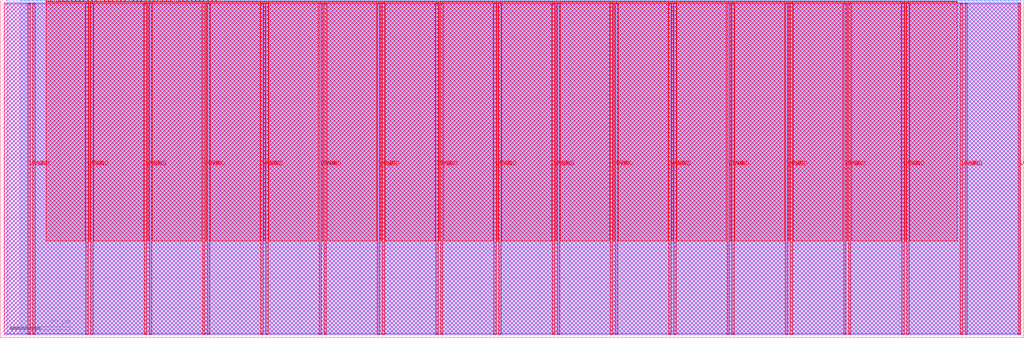
<source format=lef>
VERSION 5.7 ;
  NOWIREEXTENSIONATPIN ON ;
  DIVIDERCHAR "/" ;
  BUSBITCHARS "[]" ;
MACRO tt_um_PseudoSM_ASIC
  CLASS BLOCK ;
  FOREIGN tt_um_PseudoSM_ASIC ;
  ORIGIN 0.000 0.000 ;
  SIZE 682.640 BY 225.760 ;
  PIN VGND
    DIRECTION INOUT ;
    USE GROUND ;
    PORT
      LAYER met4 ;
        RECT 21.580 2.480 23.180 223.280 ;
    END
    PORT
      LAYER met4 ;
        RECT 60.450 2.480 62.050 223.280 ;
    END
    PORT
      LAYER met4 ;
        RECT 99.320 2.480 100.920 223.280 ;
    END
    PORT
      LAYER met4 ;
        RECT 138.190 2.480 139.790 223.280 ;
    END
    PORT
      LAYER met4 ;
        RECT 177.060 2.480 178.660 223.280 ;
    END
    PORT
      LAYER met4 ;
        RECT 215.930 2.480 217.530 223.280 ;
    END
    PORT
      LAYER met4 ;
        RECT 254.800 2.480 256.400 223.280 ;
    END
    PORT
      LAYER met4 ;
        RECT 293.670 2.480 295.270 223.280 ;
    END
    PORT
      LAYER met4 ;
        RECT 332.540 2.480 334.140 223.280 ;
    END
    PORT
      LAYER met4 ;
        RECT 371.410 2.480 373.010 223.280 ;
    END
    PORT
      LAYER met4 ;
        RECT 410.280 2.480 411.880 223.280 ;
    END
    PORT
      LAYER met4 ;
        RECT 449.150 2.480 450.750 223.280 ;
    END
    PORT
      LAYER met4 ;
        RECT 488.020 2.480 489.620 223.280 ;
    END
    PORT
      LAYER met4 ;
        RECT 526.890 2.480 528.490 223.280 ;
    END
    PORT
      LAYER met4 ;
        RECT 565.760 2.480 567.360 223.280 ;
    END
    PORT
      LAYER met4 ;
        RECT 604.630 2.480 606.230 223.280 ;
    END
    PORT
      LAYER met4 ;
        RECT 643.500 2.480 645.100 223.280 ;
    END
  END VGND
  PIN VPWR
    DIRECTION INOUT ;
    USE POWER ;
    PORT
      LAYER met4 ;
        RECT 18.280 2.480 19.880 223.280 ;
    END
    PORT
      LAYER met4 ;
        RECT 57.150 2.480 58.750 223.280 ;
    END
    PORT
      LAYER met4 ;
        RECT 96.020 2.480 97.620 223.280 ;
    END
    PORT
      LAYER met4 ;
        RECT 134.890 2.480 136.490 223.280 ;
    END
    PORT
      LAYER met4 ;
        RECT 173.760 2.480 175.360 223.280 ;
    END
    PORT
      LAYER met4 ;
        RECT 212.630 2.480 214.230 223.280 ;
    END
    PORT
      LAYER met4 ;
        RECT 251.500 2.480 253.100 223.280 ;
    END
    PORT
      LAYER met4 ;
        RECT 290.370 2.480 291.970 223.280 ;
    END
    PORT
      LAYER met4 ;
        RECT 329.240 2.480 330.840 223.280 ;
    END
    PORT
      LAYER met4 ;
        RECT 368.110 2.480 369.710 223.280 ;
    END
    PORT
      LAYER met4 ;
        RECT 406.980 2.480 408.580 223.280 ;
    END
    PORT
      LAYER met4 ;
        RECT 445.850 2.480 447.450 223.280 ;
    END
    PORT
      LAYER met4 ;
        RECT 484.720 2.480 486.320 223.280 ;
    END
    PORT
      LAYER met4 ;
        RECT 523.590 2.480 525.190 223.280 ;
    END
    PORT
      LAYER met4 ;
        RECT 562.460 2.480 564.060 223.280 ;
    END
    PORT
      LAYER met4 ;
        RECT 601.330 2.480 602.930 223.280 ;
    END
    PORT
      LAYER met4 ;
        RECT 640.200 2.480 641.800 223.280 ;
    END
    PORT
      LAYER met4 ;
        RECT 679.070 2.480 680.670 223.280 ;
    END
  END VPWR
  PIN clk
    DIRECTION INPUT ;
    USE SIGNAL ;
    ANTENNAGATEAREA 1.286700 ;
    ANTENNADIFFAREA 0.434700 ;
    PORT
      LAYER met4 ;
        RECT 143.830 224.760 144.130 225.760 ;
    END
  END clk
  PIN ena
    DIRECTION INPUT ;
    USE SIGNAL ;
    PORT
      LAYER met4 ;
        RECT 146.590 224.760 146.890 225.760 ;
    END
  END ena
  PIN rst_n
    DIRECTION INPUT ;
    USE SIGNAL ;
    ANTENNAGATEAREA 0.852000 ;
    PORT
      LAYER met4 ;
        RECT 141.070 224.760 141.370 225.760 ;
    END
  END rst_n
  PIN ui_in[0]
    DIRECTION INPUT ;
    USE SIGNAL ;
    ANTENNAGATEAREA 0.196500 ;
    PORT
      LAYER met4 ;
        RECT 138.310 224.760 138.610 225.760 ;
    END
  END ui_in[0]
  PIN ui_in[1]
    DIRECTION INPUT ;
    USE SIGNAL ;
    ANTENNAGATEAREA 0.196500 ;
    PORT
      LAYER met4 ;
        RECT 135.550 224.760 135.850 225.760 ;
    END
  END ui_in[1]
  PIN ui_in[2]
    DIRECTION INPUT ;
    USE SIGNAL ;
    ANTENNAGATEAREA 0.196500 ;
    PORT
      LAYER met4 ;
        RECT 132.790 224.760 133.090 225.760 ;
    END
  END ui_in[2]
  PIN ui_in[3]
    DIRECTION INPUT ;
    USE SIGNAL ;
    ANTENNAGATEAREA 0.196500 ;
    PORT
      LAYER met4 ;
        RECT 130.030 224.760 130.330 225.760 ;
    END
  END ui_in[3]
  PIN ui_in[4]
    DIRECTION INPUT ;
    USE SIGNAL ;
    ANTENNAGATEAREA 0.196500 ;
    PORT
      LAYER met4 ;
        RECT 127.270 224.760 127.570 225.760 ;
    END
  END ui_in[4]
  PIN ui_in[5]
    DIRECTION INPUT ;
    USE SIGNAL ;
    ANTENNAGATEAREA 0.196500 ;
    PORT
      LAYER met4 ;
        RECT 124.510 224.760 124.810 225.760 ;
    END
  END ui_in[5]
  PIN ui_in[6]
    DIRECTION INPUT ;
    USE SIGNAL ;
    ANTENNAGATEAREA 0.196500 ;
    PORT
      LAYER met4 ;
        RECT 121.750 224.760 122.050 225.760 ;
    END
  END ui_in[6]
  PIN ui_in[7]
    DIRECTION INPUT ;
    USE SIGNAL ;
    ANTENNAGATEAREA 0.196500 ;
    PORT
      LAYER met4 ;
        RECT 118.990 224.760 119.290 225.760 ;
    END
  END ui_in[7]
  PIN uio_in[0]
    DIRECTION INPUT ;
    USE SIGNAL ;
    ANTENNAGATEAREA 0.196500 ;
    PORT
      LAYER met4 ;
        RECT 116.230 224.760 116.530 225.760 ;
    END
  END uio_in[0]
  PIN uio_in[1]
    DIRECTION INPUT ;
    USE SIGNAL ;
    ANTENNAGATEAREA 0.196500 ;
    PORT
      LAYER met4 ;
        RECT 113.470 224.760 113.770 225.760 ;
    END
  END uio_in[1]
  PIN uio_in[2]
    DIRECTION INPUT ;
    USE SIGNAL ;
    ANTENNAGATEAREA 0.196500 ;
    PORT
      LAYER met4 ;
        RECT 110.710 224.760 111.010 225.760 ;
    END
  END uio_in[2]
  PIN uio_in[3]
    DIRECTION INPUT ;
    USE SIGNAL ;
    ANTENNAGATEAREA 0.196500 ;
    PORT
      LAYER met4 ;
        RECT 107.950 224.760 108.250 225.760 ;
    END
  END uio_in[3]
  PIN uio_in[4]
    DIRECTION INPUT ;
    USE SIGNAL ;
    ANTENNAGATEAREA 0.213000 ;
    PORT
      LAYER met4 ;
        RECT 105.190 224.760 105.490 225.760 ;
    END
  END uio_in[4]
  PIN uio_in[5]
    DIRECTION INPUT ;
    USE SIGNAL ;
    ANTENNAGATEAREA 0.213000 ;
    PORT
      LAYER met4 ;
        RECT 102.430 224.760 102.730 225.760 ;
    END
  END uio_in[5]
  PIN uio_in[6]
    DIRECTION INPUT ;
    USE SIGNAL ;
    ANTENNAGATEAREA 0.213000 ;
    PORT
      LAYER met4 ;
        RECT 99.670 224.760 99.970 225.760 ;
    END
  END uio_in[6]
  PIN uio_in[7]
    DIRECTION INPUT ;
    USE SIGNAL ;
    ANTENNAGATEAREA 0.213000 ;
    PORT
      LAYER met4 ;
        RECT 96.910 224.760 97.210 225.760 ;
    END
  END uio_in[7]
  PIN uio_oe[0]
    DIRECTION OUTPUT ;
    USE SIGNAL ;
    PORT
      LAYER met4 ;
        RECT 49.990 224.760 50.290 225.760 ;
    END
  END uio_oe[0]
  PIN uio_oe[1]
    DIRECTION OUTPUT ;
    USE SIGNAL ;
    PORT
      LAYER met4 ;
        RECT 47.230 224.760 47.530 225.760 ;
    END
  END uio_oe[1]
  PIN uio_oe[2]
    DIRECTION OUTPUT ;
    USE SIGNAL ;
    PORT
      LAYER met4 ;
        RECT 44.470 224.760 44.770 225.760 ;
    END
  END uio_oe[2]
  PIN uio_oe[3]
    DIRECTION OUTPUT ;
    USE SIGNAL ;
    PORT
      LAYER met4 ;
        RECT 41.710 224.760 42.010 225.760 ;
    END
  END uio_oe[3]
  PIN uio_oe[4]
    DIRECTION OUTPUT ;
    USE SIGNAL ;
    PORT
      LAYER met4 ;
        RECT 38.950 224.760 39.250 225.760 ;
    END
  END uio_oe[4]
  PIN uio_oe[5]
    DIRECTION OUTPUT ;
    USE SIGNAL ;
    PORT
      LAYER met4 ;
        RECT 36.190 224.760 36.490 225.760 ;
    END
  END uio_oe[5]
  PIN uio_oe[6]
    DIRECTION OUTPUT ;
    USE SIGNAL ;
    PORT
      LAYER met4 ;
        RECT 33.430 224.760 33.730 225.760 ;
    END
  END uio_oe[6]
  PIN uio_oe[7]
    DIRECTION OUTPUT ;
    USE SIGNAL ;
    PORT
      LAYER met4 ;
        RECT 30.670 224.760 30.970 225.760 ;
    END
  END uio_oe[7]
  PIN uio_out[0]
    DIRECTION OUTPUT ;
    USE SIGNAL ;
    PORT
      LAYER met4 ;
        RECT 72.070 224.760 72.370 225.760 ;
    END
  END uio_out[0]
  PIN uio_out[1]
    DIRECTION OUTPUT ;
    USE SIGNAL ;
    PORT
      LAYER met4 ;
        RECT 69.310 224.760 69.610 225.760 ;
    END
  END uio_out[1]
  PIN uio_out[2]
    DIRECTION OUTPUT ;
    USE SIGNAL ;
    PORT
      LAYER met4 ;
        RECT 66.550 224.760 66.850 225.760 ;
    END
  END uio_out[2]
  PIN uio_out[3]
    DIRECTION OUTPUT ;
    USE SIGNAL ;
    PORT
      LAYER met4 ;
        RECT 63.790 224.760 64.090 225.760 ;
    END
  END uio_out[3]
  PIN uio_out[4]
    DIRECTION OUTPUT ;
    USE SIGNAL ;
    PORT
      LAYER met4 ;
        RECT 61.030 224.760 61.330 225.760 ;
    END
  END uio_out[4]
  PIN uio_out[5]
    DIRECTION OUTPUT ;
    USE SIGNAL ;
    PORT
      LAYER met4 ;
        RECT 58.270 224.760 58.570 225.760 ;
    END
  END uio_out[5]
  PIN uio_out[6]
    DIRECTION OUTPUT ;
    USE SIGNAL ;
    PORT
      LAYER met4 ;
        RECT 55.510 224.760 55.810 225.760 ;
    END
  END uio_out[6]
  PIN uio_out[7]
    DIRECTION OUTPUT ;
    USE SIGNAL ;
    PORT
      LAYER met4 ;
        RECT 52.750 224.760 53.050 225.760 ;
    END
  END uio_out[7]
  PIN uo_out[0]
    DIRECTION OUTPUT ;
    USE SIGNAL ;
    ANTENNADIFFAREA 0.891000 ;
    PORT
      LAYER met4 ;
        RECT 94.150 224.760 94.450 225.760 ;
    END
  END uo_out[0]
  PIN uo_out[1]
    DIRECTION OUTPUT ;
    USE SIGNAL ;
    ANTENNADIFFAREA 0.891000 ;
    PORT
      LAYER met4 ;
        RECT 91.390 224.760 91.690 225.760 ;
    END
  END uo_out[1]
  PIN uo_out[2]
    DIRECTION OUTPUT ;
    USE SIGNAL ;
    ANTENNADIFFAREA 0.891000 ;
    PORT
      LAYER met4 ;
        RECT 88.630 224.760 88.930 225.760 ;
    END
  END uo_out[2]
  PIN uo_out[3]
    DIRECTION OUTPUT ;
    USE SIGNAL ;
    ANTENNADIFFAREA 0.891000 ;
    PORT
      LAYER met4 ;
        RECT 85.870 224.760 86.170 225.760 ;
    END
  END uo_out[3]
  PIN uo_out[4]
    DIRECTION OUTPUT ;
    USE SIGNAL ;
    ANTENNADIFFAREA 0.891000 ;
    PORT
      LAYER met4 ;
        RECT 83.110 224.760 83.410 225.760 ;
    END
  END uo_out[4]
  PIN uo_out[5]
    DIRECTION OUTPUT ;
    USE SIGNAL ;
    ANTENNADIFFAREA 0.891000 ;
    PORT
      LAYER met4 ;
        RECT 80.350 224.760 80.650 225.760 ;
    END
  END uo_out[5]
  PIN uo_out[6]
    DIRECTION OUTPUT ;
    USE SIGNAL ;
    ANTENNADIFFAREA 0.891000 ;
    PORT
      LAYER met4 ;
        RECT 77.590 224.760 77.890 225.760 ;
    END
  END uo_out[6]
  PIN uo_out[7]
    DIRECTION OUTPUT ;
    USE SIGNAL ;
    ANTENNADIFFAREA 0.429000 ;
    PORT
      LAYER met4 ;
        RECT 74.830 224.760 75.130 225.760 ;
    END
  END uo_out[7]
  OBS
      LAYER nwell ;
        RECT 2.570 2.635 680.070 223.230 ;
      LAYER li1 ;
        RECT 2.760 2.635 679.880 223.125 ;
      LAYER met1 ;
        RECT 2.760 2.080 680.670 223.680 ;
      LAYER met2 ;
        RECT 4.700 2.050 680.640 225.605 ;
      LAYER met3 ;
        RECT 13.405 2.555 680.660 225.585 ;
      LAYER met4 ;
        RECT 31.370 224.360 33.030 224.905 ;
        RECT 34.130 224.360 35.790 224.905 ;
        RECT 36.890 224.360 38.550 224.905 ;
        RECT 39.650 224.360 41.310 224.905 ;
        RECT 42.410 224.360 44.070 224.905 ;
        RECT 45.170 224.360 46.830 224.905 ;
        RECT 47.930 224.360 49.590 224.905 ;
        RECT 50.690 224.360 52.350 224.905 ;
        RECT 53.450 224.360 55.110 224.905 ;
        RECT 56.210 224.360 57.870 224.905 ;
        RECT 58.970 224.360 60.630 224.905 ;
        RECT 61.730 224.360 63.390 224.905 ;
        RECT 64.490 224.360 66.150 224.905 ;
        RECT 67.250 224.360 68.910 224.905 ;
        RECT 70.010 224.360 71.670 224.905 ;
        RECT 72.770 224.360 74.430 224.905 ;
        RECT 75.530 224.360 77.190 224.905 ;
        RECT 78.290 224.360 79.950 224.905 ;
        RECT 81.050 224.360 82.710 224.905 ;
        RECT 83.810 224.360 85.470 224.905 ;
        RECT 86.570 224.360 88.230 224.905 ;
        RECT 89.330 224.360 90.990 224.905 ;
        RECT 92.090 224.360 93.750 224.905 ;
        RECT 94.850 224.360 96.510 224.905 ;
        RECT 97.610 224.360 99.270 224.905 ;
        RECT 100.370 224.360 102.030 224.905 ;
        RECT 103.130 224.360 104.790 224.905 ;
        RECT 105.890 224.360 107.550 224.905 ;
        RECT 108.650 224.360 110.310 224.905 ;
        RECT 111.410 224.360 113.070 224.905 ;
        RECT 114.170 224.360 115.830 224.905 ;
        RECT 116.930 224.360 118.590 224.905 ;
        RECT 119.690 224.360 121.350 224.905 ;
        RECT 122.450 224.360 124.110 224.905 ;
        RECT 125.210 224.360 126.870 224.905 ;
        RECT 127.970 224.360 129.630 224.905 ;
        RECT 130.730 224.360 132.390 224.905 ;
        RECT 133.490 224.360 135.150 224.905 ;
        RECT 136.250 224.360 137.910 224.905 ;
        RECT 139.010 224.360 140.670 224.905 ;
        RECT 141.770 224.360 143.430 224.905 ;
        RECT 144.530 224.360 146.190 224.905 ;
        RECT 147.290 224.360 638.185 224.905 ;
        RECT 30.655 223.680 638.185 224.360 ;
        RECT 30.655 64.775 56.750 223.680 ;
        RECT 59.150 64.775 60.050 223.680 ;
        RECT 62.450 64.775 95.620 223.680 ;
        RECT 98.020 64.775 98.920 223.680 ;
        RECT 101.320 64.775 134.490 223.680 ;
        RECT 136.890 64.775 137.790 223.680 ;
        RECT 140.190 64.775 173.360 223.680 ;
        RECT 175.760 64.775 176.660 223.680 ;
        RECT 179.060 64.775 212.230 223.680 ;
        RECT 214.630 64.775 215.530 223.680 ;
        RECT 217.930 64.775 251.100 223.680 ;
        RECT 253.500 64.775 254.400 223.680 ;
        RECT 256.800 64.775 289.970 223.680 ;
        RECT 292.370 64.775 293.270 223.680 ;
        RECT 295.670 64.775 328.840 223.680 ;
        RECT 331.240 64.775 332.140 223.680 ;
        RECT 334.540 64.775 367.710 223.680 ;
        RECT 370.110 64.775 371.010 223.680 ;
        RECT 373.410 64.775 406.580 223.680 ;
        RECT 408.980 64.775 409.880 223.680 ;
        RECT 412.280 64.775 445.450 223.680 ;
        RECT 447.850 64.775 448.750 223.680 ;
        RECT 451.150 64.775 484.320 223.680 ;
        RECT 486.720 64.775 487.620 223.680 ;
        RECT 490.020 64.775 523.190 223.680 ;
        RECT 525.590 64.775 526.490 223.680 ;
        RECT 528.890 64.775 562.060 223.680 ;
        RECT 564.460 64.775 565.360 223.680 ;
        RECT 567.760 64.775 600.930 223.680 ;
        RECT 603.330 64.775 604.230 223.680 ;
        RECT 606.630 64.775 638.185 223.680 ;
  END
END tt_um_PseudoSM_ASIC
END LIBRARY


</source>
